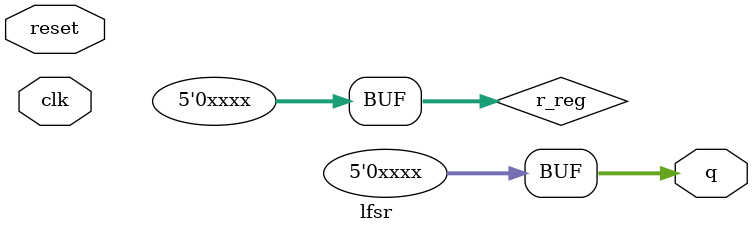
<source format=v>
module lfsr( 
    input clk,
    input reset,
    output [4:0] q
); 
reg [4:0] r_reg;
wire [4:0] r_next;
wire feedback_value;
// on reset set the value of r_reg to 1
// otherwise assign r_next to r_reg
// assign the xor of bit positions 2 and 4 of r_reg to feedback_value
// assign feedback value concatenated with 4 MSBs of r_reg to r_next
// assign r_reg to the output q
always @ *
begin
	#10 r_reg = {5'b00000,r_reg[4:1]};
end
assign q = r_reg;
endmodule

</source>
